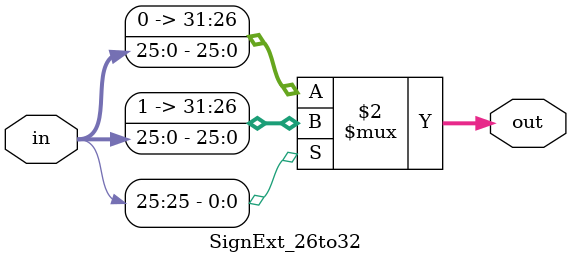
<source format=v>
`timescale 1ps/1ps
module SignExt_26to32(input [25:0]in,output reg[31:0] out);
  always@(in)
  out=(in[25])?{6'b111111,in}:{6'b000000,in};
endmodule

</source>
